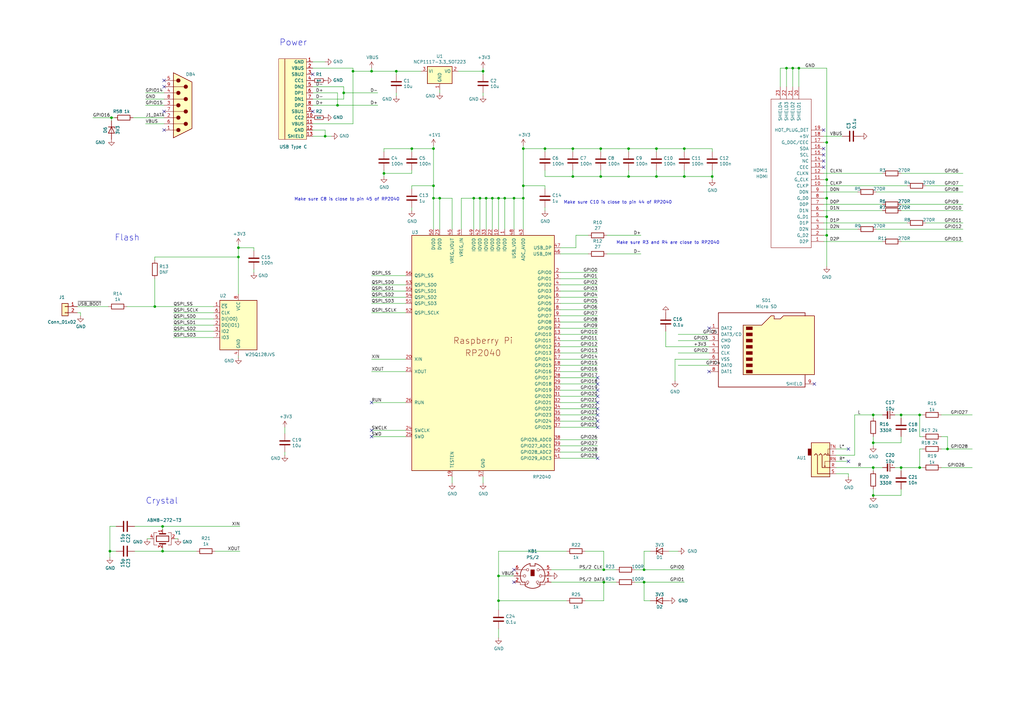
<source format=kicad_sch>
(kicad_sch (version 20231120) (generator "eeschema") (generator_version "8.0")
  (paper "A3")
  (title_block (title "RP2040 Minimal Design Example") (date "2024-01-16") (rev "REV2") (company "Raspberry Pi Ltd"))
  (junction (at 201.93 81.28))
  (junction (at 199.39 81.28))
  (junction (at 369.57 191.77))
  (junction (at 97.79 105.41))
  (junction (at 339.09 73.66))
  (junction (at 264.16 233.68))
  (junction (at 388.62 184.15))
  (junction (at 247.65 238.76))
  (junction (at 177.8 76.2))
  (junction (at 214.63 76.2))
  (junction (at 168.91 60.96))
  (junction (at 339.09 58.42))
  (junction (at 45.085 226.06))
  (junction (at 358.14 181.61))
  (junction (at 223.52 60.96))
  (junction (at 246.38 72.39))
  (junction (at 257.81 60.96))
  (junction (at 66.675 215.9))
  (junction (at 246.38 60.96))
  (junction (at 177.8 81.28))
  (junction (at 377.19 170.18))
  (junction (at 180.34 81.28))
  (junction (at 204.47 81.28))
  (junction (at 157.48 71.12))
  (junction (at 322.58 27.94))
  (junction (at 198.12 29.21))
  (junction (at 280.67 60.96))
  (junction (at 133.35 55.88))
  (junction (at 204.47 236.22))
  (junction (at 292.1 72.39))
  (junction (at 66.675 226.06))
  (junction (at 339.09 81.28))
  (junction (at 152.4 29.21))
  (junction (at 247.65 233.68))
  (junction (at 257.81 72.39))
  (junction (at 358.14 191.77))
  (junction (at 97.79 101.6))
  (junction (at 339.09 88.9))
  (junction (at 144.78 29.21))
  (junction (at 204.47 246.38))
  (junction (at 377.19 191.77))
  (junction (at 327.66 27.94))
  (junction (at 325.12 27.94))
  (junction (at 177.8 60.96))
  (junction (at 369.57 170.18))
  (junction (at 234.95 72.39))
  (junction (at 269.24 72.39))
  (junction (at 358.14 170.18))
  (junction (at 162.56 29.21))
  (junction (at 140.97 38.1))
  (junction (at 207.01 81.28))
  (junction (at 214.63 81.28))
  (junction (at 138.43 43.18))
  (junction (at 63.5 125.73))
  (junction (at 45.72 48.26))
  (junction (at 264.16 238.76))
  (junction (at 358.14 203.2))
  (junction (at 339.09 96.52))
  (junction (at 196.85 81.28))
  (junction (at 214.63 60.96))
  (junction (at 194.31 81.28))
  (junction (at 269.24 60.96))
  (junction (at 280.67 72.39))
  (junction (at 210.82 81.28))
  (junction (at 234.95 60.96))
  (no_connect (at 152.4 165.1))
  (no_connect (at 67.31 53.34))
  (no_connect (at 245.11 160.02))
  (no_connect (at 245.11 167.64))
  (no_connect (at 245.11 175.26))
  (no_connect (at 210.82 238.76))
  (no_connect (at 245.11 162.56))
  (no_connect (at 67.31 33.02))
  (no_connect (at 347.98 189.23))
  (no_connect (at 152.4 176.53))
  (no_connect (at 337.82 66.04))
  (no_connect (at 245.11 165.1))
  (no_connect (at 67.31 45.72))
  (no_connect (at 337.82 63.5))
  (no_connect (at 290.83 134.62))
  (no_connect (at 245.11 157.48))
  (no_connect (at 347.98 184.15))
  (no_connect (at 245.11 172.72))
  (no_connect (at 337.82 53.34))
  (no_connect (at 128.27 30.48))
  (no_connect (at 290.83 152.4))
  (no_connect (at 152.4 179.07))
  (no_connect (at 128.27 45.72))
  (no_connect (at 245.11 187.96))
  (no_connect (at 210.82 233.68))
  (no_connect (at 334.01 157.48))
  (no_connect (at 337.82 60.96))
  (no_connect (at 245.11 170.18))
  (no_connect (at 67.31 35.56))
  (no_connect (at 337.82 68.58))
  (no_connect (at 245.11 154.94))
  (wire (pts (xy 377.19 184.15) (xy 377.19 191.77)))
  (wire (pts (xy 204.47 246.38) (xy 204.47 250.19)))
  (wire (pts (xy 177.8 81.28) (xy 177.8 93.98)))
  (wire (pts (xy 229.87 137.16) (xy 245.11 137.16)))
  (wire (pts (xy 157.48 71.12) (xy 168.91 71.12)))
  (wire (pts (xy 236.22 96.52) (xy 236.22 101.6)))
  (wire (pts (xy 337.82 76.2) (xy 372.11 76.2)))
  (wire (pts (xy 152.4 29.21) (xy 162.56 29.21)))
  (wire (pts (xy 388.62 179.07) (xy 388.62 184.15)))
  (wire (pts (xy 246.38 60.96) (xy 257.81 60.96)))
  (wire (pts (xy 278.13 137.16) (xy 290.83 137.16)))
  (wire (pts (xy 264.16 233.68) (xy 260.35 233.68)))
  (wire (pts (xy 207.01 81.28) (xy 210.82 81.28)))
  (wire (pts (xy 369.57 203.2) (xy 358.14 203.2)))
  (wire (pts (xy 327.66 27.94) (xy 325.12 27.94)))
  (wire (pts (xy 116.84 185.42) (xy 116.84 186.69)))
  (wire (pts (xy 87.63 138.43) (xy 71.12 138.43)))
  (wire (pts (xy 246.38 62.23) (xy 246.38 60.96)))
  (wire (pts (xy 177.8 59.69) (xy 177.8 60.96)))
  (wire (pts (xy 358.14 179.07) (xy 358.14 181.61)))
  (wire (pts (xy 369.57 191.77) (xy 367.03 191.77)))
  (wire (pts (xy 229.87 149.86) (xy 245.11 149.86)))
  (wire (pts (xy 337.82 78.74) (xy 351.79 78.74)))
  (wire (pts (xy 97.79 101.6) (xy 97.79 105.41)))
  (wire (pts (xy 162.56 38.1) (xy 162.56 39.37)))
  (wire (pts (xy 229.87 175.26) (xy 245.11 175.26)))
  (wire (pts (xy 388.62 184.15) (xy 386.08 184.15)))
  (wire (pts (xy 194.31 81.28) (xy 196.85 81.28)))
  (wire (pts (xy 229.87 170.18) (xy 245.11 170.18)))
  (wire (pts (xy 152.4 27.94) (xy 152.4 29.21)))
  (wire (pts (xy 229.87 104.14) (xy 241.3 104.14)))
  (wire (pts (xy 229.87 111.76) (xy 245.11 111.76)))
  (wire (pts (xy 71.12 128.27) (xy 87.63 128.27)))
  (wire (pts (xy 337.82 73.66) (xy 339.09 73.66)))
  (wire (pts (xy 369.57 200.66) (xy 369.57 203.2)))
  (wire (pts (xy 97.79 100.33) (xy 97.79 101.6)))
  (wire (pts (xy 322.58 27.94) (xy 320.04 27.94)))
  (wire (pts (xy 339.09 58.42) (xy 339.09 27.94)))
  (wire (pts (xy 248.92 96.52) (xy 262.89 96.52)))
  (wire (pts (xy 185.42 93.98) (xy 185.42 81.28)))
  (wire (pts (xy 246.38 69.85) (xy 246.38 72.39)))
  (wire (pts (xy 229.87 116.84) (xy 245.11 116.84)))
  (wire (pts (xy 342.9 189.23) (xy 347.98 189.23)))
  (wire (pts (xy 162.56 30.48) (xy 162.56 29.21)))
  (wire (pts (xy 177.8 76.2) (xy 177.8 81.28)))
  (wire (pts (xy 337.82 96.52) (xy 339.09 96.52)))
  (wire (pts (xy 60.325 220.98) (xy 61.595 220.98)))
  (wire (pts (xy 189.23 81.28) (xy 194.31 81.28)))
  (wire (pts (xy 157.48 60.96) (xy 168.91 60.96)))
  (wire (pts (xy 128.27 40.64) (xy 140.97 40.64)))
  (wire (pts (xy 325.12 27.94) (xy 325.12 35.56)))
  (wire (pts (xy 59.69 38.1) (xy 67.31 38.1)))
  (wire (pts (xy 229.87 185.42) (xy 245.11 185.42)))
  (wire (pts (xy 63.5 114.3) (xy 63.5 125.73)))
  (wire (pts (xy 361.95 191.77) (xy 358.14 191.77)))
  (wire (pts (xy 226.06 233.68) (xy 247.65 233.68)))
  (wire (pts (xy 369.57 83.82) (xy 394.97 83.82)))
  (wire (pts (xy 157.48 69.85) (xy 157.48 71.12)))
  (wire (pts (xy 347.98 194.31) (xy 347.98 195.58)))
  (wire (pts (xy 71.755 220.98) (xy 73.025 220.98)))
  (wire (pts (xy 152.4 124.46) (xy 166.37 124.46)))
  (wire (pts (xy 55.245 215.9) (xy 66.675 215.9)))
  (wire (pts (xy 198.12 30.48) (xy 198.12 29.21)))
  (wire (pts (xy 214.63 81.28) (xy 214.63 93.98)))
  (wire (pts (xy 337.82 88.9) (xy 339.09 88.9)))
  (wire (pts (xy 337.82 99.06) (xy 361.95 99.06)))
  (wire (pts (xy 168.91 60.96) (xy 177.8 60.96)))
  (wire (pts (xy 44.45 125.73) (xy 31.75 125.73)))
  (wire (pts (xy 214.63 76.2) (xy 223.52 76.2)))
  (wire (pts (xy 97.79 146.685) (xy 97.79 146.05)))
  (wire (pts (xy 273.05 142.24) (xy 290.83 142.24)))
  (wire (pts (xy 199.39 93.98) (xy 199.39 81.28)))
  (wire (pts (xy 264.16 246.38) (xy 264.16 238.76)))
  (wire (pts (xy 138.43 43.18) (xy 154.94 43.18)))
  (wire (pts (xy 177.8 60.96) (xy 177.8 76.2)))
  (wire (pts (xy 210.82 81.28) (xy 214.63 81.28)))
  (wire (pts (xy 152.4 119.38) (xy 166.37 119.38)))
  (wire (pts (xy 369.57 191.77) (xy 377.19 191.77)))
  (wire (pts (xy 46.99 48.26) (xy 45.72 48.26)))
  (wire (pts (xy 166.37 165.1) (xy 152.4 165.1)))
  (wire (pts (xy 369.57 86.36) (xy 394.97 86.36)))
  (wire (pts (xy 269.24 62.23) (xy 269.24 60.96)))
  (wire (pts (xy 350.52 170.18) (xy 350.52 186.69)))
  (wire (pts (xy 196.85 81.28) (xy 199.39 81.28)))
  (wire (pts (xy 337.82 58.42) (xy 339.09 58.42)))
  (wire (pts (xy 87.63 133.35) (xy 71.12 133.35)))
  (wire (pts (xy 232.41 226.06) (xy 204.47 226.06)))
  (wire (pts (xy 337.82 93.98) (xy 351.79 93.98)))
  (wire (pts (xy 247.65 238.76) (xy 252.73 238.76)))
  (wire (pts (xy 377.19 170.18) (xy 377.19 179.07)))
  (wire (pts (xy 223.52 62.23) (xy 223.52 60.96)))
  (wire (pts (xy 337.82 83.82) (xy 361.95 83.82)))
  (wire (pts (xy 214.63 60.96) (xy 223.52 60.96)))
  (wire (pts (xy 104.14 101.6) (xy 97.79 101.6)))
  (wire (pts (xy 226.06 238.76) (xy 247.65 238.76)))
  (wire (pts (xy 339.09 27.94) (xy 327.66 27.94)))
  (wire (pts (xy 207.01 81.28) (xy 207.01 93.98)))
  (wire (pts (xy 322.58 27.94) (xy 322.58 35.56)))
  (wire (pts (xy 196.85 93.98) (xy 196.85 81.28)))
  (wire (pts (xy 337.82 55.88) (xy 345.44 55.88)))
  (wire (pts (xy 66.675 224.79) (xy 66.675 226.06)))
  (wire (pts (xy 45.085 226.06) (xy 45.085 228.6)))
  (wire (pts (xy 276.86 147.32) (xy 276.86 156.21)))
  (wire (pts (xy 229.87 101.6) (xy 236.22 101.6)))
  (wire (pts (xy 59.69 50.8) (xy 67.31 50.8)))
  (wire (pts (xy 204.47 246.38) (xy 204.47 236.22)))
  (wire (pts (xy 128.27 38.1) (xy 138.43 38.1)))
  (wire (pts (xy 278.13 144.78) (xy 290.83 144.78)))
  (wire (pts (xy 214.63 60.96) (xy 214.63 76.2)))
  (wire (pts (xy 180.34 36.83) (xy 180.34 38.1)))
  (wire (pts (xy 166.37 152.4) (xy 152.4 152.4)))
  (wire (pts (xy 358.14 181.61) (xy 358.14 182.88)))
  (wire (pts (xy 337.82 81.28) (xy 339.09 81.28)))
  (wire (pts (xy 166.37 113.03) (xy 152.4 113.03)))
  (wire (pts (xy 269.24 60.96) (xy 280.67 60.96)))
  (wire (pts (xy 292.1 69.85) (xy 292.1 72.39)))
  (wire (pts (xy 337.82 71.12) (xy 361.95 71.12)))
  (wire (pts (xy 88.265 226.06) (xy 98.425 226.06)))
  (wire (pts (xy 187.96 29.21) (xy 198.12 29.21)))
  (wire (pts (xy 59.69 43.18) (xy 67.31 43.18)))
  (wire (pts (xy 229.87 147.32) (xy 245.11 147.32)))
  (wire (pts (xy 229.87 127) (xy 245.11 127)))
  (wire (pts (xy 342.9 186.69) (xy 350.52 186.69)))
  (wire (pts (xy 168.91 71.12) (xy 168.91 69.85)))
  (wire (pts (xy 266.7 246.38) (xy 264.16 246.38)))
  (wire (pts (xy 234.95 62.23) (xy 234.95 60.96)))
  (wire (pts (xy 234.95 72.39) (xy 223.52 72.39)))
  (wire (pts (xy 229.87 180.34) (xy 245.11 180.34)))
  (wire (pts (xy 214.63 76.2) (xy 214.63 81.28)))
  (wire (pts (xy 140.97 38.1) (xy 140.97 40.64)))
  (wire (pts (xy 214.63 59.69) (xy 214.63 60.96)))
  (wire (pts (xy 38.1 48.26) (xy 45.72 48.26)))
  (wire (pts (xy 229.87 129.54) (xy 245.11 129.54)))
  (wire (pts (xy 168.91 77.47) (xy 168.91 76.2)))
  (wire (pts (xy 87.63 135.89) (xy 71.12 135.89)))
  (wire (pts (xy 31.75 128.27) (xy 33.02 128.27)))
  (wire (pts (xy 234.95 60.96) (xy 246.38 60.96)))
  (wire (pts (xy 247.65 233.68) (xy 252.73 233.68)))
  (wire (pts (xy 128.27 25.4) (xy 133.35 25.4)))
  (wire (pts (xy 278.13 149.86) (xy 290.83 149.86)))
  (wire (pts (xy 232.41 246.38) (xy 204.47 246.38)))
  (wire (pts (xy 52.07 125.73) (xy 63.5 125.73)))
  (wire (pts (xy 369.57 170.18) (xy 377.19 170.18)))
  (wire (pts (xy 133.35 53.34) (xy 133.35 55.88)))
  (wire (pts (xy 325.12 27.94) (xy 322.58 27.94)))
  (wire (pts (xy 369.57 71.12) (xy 394.97 71.12)))
  (wire (pts (xy 229.87 187.96) (xy 245.11 187.96)))
  (wire (pts (xy 278.13 139.7) (xy 290.83 139.7)))
  (wire (pts (xy 379.73 91.44) (xy 394.97 91.44)))
  (wire (pts (xy 378.46 179.07) (xy 377.19 179.07)))
  (wire (pts (xy 273.05 135.89) (xy 273.05 142.24)))
  (wire (pts (xy 234.95 69.85) (xy 234.95 72.39)))
  (wire (pts (xy 180.34 93.98) (xy 180.34 81.28)))
  (wire (pts (xy 369.57 179.07) (xy 369.57 181.61)))
  (wire (pts (xy 280.67 72.39) (xy 292.1 72.39)))
  (wire (pts (xy 144.78 27.94) (xy 144.78 29.21)))
  (wire (pts (xy 144.78 50.8) (xy 128.27 50.8)))
  (wire (pts (xy 172.72 29.21) (xy 162.56 29.21)))
  (wire (pts (xy 369.57 193.04) (xy 369.57 191.77)))
  (wire (pts (xy 339.09 88.9) (xy 339.09 96.52)))
  (wire (pts (xy 269.24 69.85) (xy 269.24 72.39)))
  (wire (pts (xy 386.08 191.77) (xy 398.78 191.77)))
  (wire (pts (xy 138.43 38.1) (xy 138.43 43.18)))
  (wire (pts (xy 223.52 60.96) (xy 234.95 60.96)))
  (wire (pts (xy 223.52 85.09) (xy 223.52 86.36)))
  (wire (pts (xy 229.87 132.08) (xy 245.11 132.08)))
  (wire (pts (xy 204.47 93.98) (xy 204.47 81.28)))
  (wire (pts (xy 358.14 200.66) (xy 358.14 203.2)))
  (wire (pts (xy 388.62 184.15) (xy 398.78 184.15)))
  (wire (pts (xy 55.245 226.06) (xy 66.675 226.06)))
  (wire (pts (xy 339.09 73.66) (xy 339.09 58.42)))
  (wire (pts (xy 47.625 226.06) (xy 45.085 226.06)))
  (wire (pts (xy 342.9 184.15) (xy 347.98 184.15)))
  (wire (pts (xy 66.675 226.06) (xy 80.645 226.06)))
  (wire (pts (xy 337.82 86.36) (xy 361.95 86.36)))
  (wire (pts (xy 320.04 27.94) (xy 320.04 35.56)))
  (wire (pts (xy 379.73 76.2) (xy 394.97 76.2)))
  (wire (pts (xy 45.72 48.26) (xy 45.72 49.53)))
  (wire (pts (xy 54.61 48.26) (xy 67.31 48.26)))
  (wire (pts (xy 229.87 119.38) (xy 245.11 119.38)))
  (wire (pts (xy 292.1 62.23) (xy 292.1 60.96)))
  (wire (pts (xy 166.37 179.07) (xy 152.4 179.07)))
  (wire (pts (xy 199.39 81.28) (xy 201.93 81.28)))
  (wire (pts (xy 327.66 27.94) (xy 327.66 35.56)))
  (wire (pts (xy 292.1 72.39) (xy 292.1 73.66)))
  (wire (pts (xy 116.84 175.26) (xy 116.84 177.8)))
  (wire (pts (xy 144.78 29.21) (xy 144.78 50.8)))
  (wire (pts (xy 229.87 157.48) (xy 245.11 157.48)))
  (wire (pts (xy 166.37 128.27) (xy 152.4 128.27)))
  (wire (pts (xy 128.27 55.88) (xy 133.35 55.88)))
  (wire (pts (xy 198.12 195.58) (xy 198.12 198.12)))
  (wire (pts (xy 128.27 53.34) (xy 133.35 53.34)))
  (wire (pts (xy 133.35 55.88) (xy 135.89 55.88)))
  (wire (pts (xy 168.91 76.2) (xy 177.8 76.2)))
  (wire (pts (xy 229.87 154.94) (xy 245.11 154.94)))
  (wire (pts (xy 87.63 130.81) (xy 71.12 130.81)))
  (wire (pts (xy 246.38 72.39) (xy 234.95 72.39)))
  (wire (pts (xy 128.27 27.94) (xy 144.78 27.94)))
  (wire (pts (xy 223.52 69.85) (xy 223.52 72.39)))
  (wire (pts (xy 369.57 99.06) (xy 394.97 99.06)))
  (wire (pts (xy 204.47 257.81) (xy 204.47 261.62)))
  (wire (pts (xy 185.42 195.58) (xy 185.42 198.12)))
  (wire (pts (xy 128.27 43.18) (xy 138.43 43.18)))
  (wire (pts (xy 229.87 160.02) (xy 245.11 160.02)))
  (wire (pts (xy 342.9 191.77) (xy 358.14 191.77)))
  (wire (pts (xy 264.16 226.06) (xy 264.16 233.68)))
  (wire (pts (xy 47.625 215.9) (xy 45.085 215.9)))
  (wire (pts (xy 229.87 139.7) (xy 245.11 139.7)))
  (wire (pts (xy 229.87 165.1) (xy 245.11 165.1)))
  (wire (pts (xy 358.14 170.18) (xy 358.14 171.45)))
  (wire (pts (xy 369.57 181.61) (xy 358.14 181.61)))
  (wire (pts (xy 180.34 81.28) (xy 177.8 81.28)))
  (wire (pts (xy 386.08 170.18) (xy 398.78 170.18)))
  (wire (pts (xy 248.92 104.14) (xy 262.89 104.14)))
  (wire (pts (xy 229.87 144.78) (xy 245.11 144.78)))
  (wire (pts (xy 280.67 72.39) (xy 269.24 72.39)))
  (wire (pts (xy 45.085 215.9) (xy 45.085 226.06)))
  (wire (pts (xy 359.41 93.98) (xy 394.97 93.98)))
  (wire (pts (xy 66.675 217.17) (xy 66.675 215.9)))
  (wire (pts (xy 152.4 116.84) (xy 166.37 116.84)))
  (wire (pts (xy 377.19 170.18) (xy 378.46 170.18)))
  (wire (pts (xy 201.93 81.28) (xy 204.47 81.28)))
  (wire (pts (xy 229.87 134.62) (xy 245.11 134.62)))
  (wire (pts (xy 378.46 184.15) (xy 377.19 184.15)))
  (wire (pts (xy 229.87 152.4) (xy 245.11 152.4)))
  (wire (pts (xy 157.48 62.23) (xy 157.48 60.96)))
  (wire (pts (xy 274.32 226.06) (xy 278.13 226.06)))
  (wire (pts (xy 236.22 96.52) (xy 241.3 96.52)))
  (wire (pts (xy 104.14 110.49) (xy 104.14 111.76)))
  (wire (pts (xy 157.48 71.12) (xy 157.48 72.39)))
  (wire (pts (xy 280.67 69.85) (xy 280.67 72.39)))
  (wire (pts (xy 264.16 238.76) (xy 260.35 238.76)))
  (wire (pts (xy 152.4 147.32) (xy 166.37 147.32)))
  (wire (pts (xy 229.87 142.24) (xy 245.11 142.24)))
  (wire (pts (xy 339.09 96.52) (xy 339.09 109.22)))
  (wire (pts (xy 257.81 60.96) (xy 269.24 60.96)))
  (wire (pts (xy 361.95 170.18) (xy 358.14 170.18)))
  (wire (pts (xy 342.9 194.31) (xy 347.98 194.31)))
  (wire (pts (xy 223.52 77.47) (xy 223.52 76.2)))
  (wire (pts (xy 152.4 121.92) (xy 166.37 121.92)))
  (wire (pts (xy 264.16 233.68) (xy 280.67 233.68)))
  (wire (pts (xy 229.87 124.46) (xy 245.11 124.46)))
  (wire (pts (xy 229.87 167.64) (xy 245.11 167.64)))
  (wire (pts (xy 229.87 114.3) (xy 245.11 114.3)))
  (wire (pts (xy 240.03 226.06) (xy 247.65 226.06)))
  (wire (pts (xy 257.81 72.39) (xy 246.38 72.39)))
  (wire (pts (xy 104.14 102.87) (xy 104.14 101.6)))
  (wire (pts (xy 269.24 72.39) (xy 257.81 72.39)))
  (wire (pts (xy 359.41 78.74) (xy 394.97 78.74)))
  (wire (pts (xy 204.47 81.28) (xy 207.01 81.28)))
  (wire (pts (xy 63.5 125.73) (xy 87.63 125.73)))
  (wire (pts (xy 247.65 246.38) (xy 247.65 238.76)))
  (wire (pts (xy 204.47 236.22) (xy 210.82 236.22)))
  (wire (pts (xy 194.31 93.98) (xy 194.31 81.28)))
  (wire (pts (xy 337.82 91.44) (xy 372.11 91.44)))
  (wire (pts (xy 144.78 29.21) (xy 152.4 29.21)))
  (wire (pts (xy 266.7 226.06) (xy 264.16 226.06)))
  (wire (pts (xy 276.86 147.32) (xy 290.83 147.32)))
  (wire (pts (xy 247.65 226.06) (xy 247.65 233.68)))
  (wire (pts (xy 339.09 81.28) (xy 339.09 88.9)))
  (wire (pts (xy 201.93 93.98) (xy 201.93 81.28)))
  (wire (pts (xy 168.91 62.23) (xy 168.91 60.96)))
  (wire (pts (xy 369.57 170.18) (xy 367.03 170.18)))
  (wire (pts (xy 185.42 81.28) (xy 180.34 81.28)))
  (wire (pts (xy 59.69 40.64) (xy 67.31 40.64)))
  (wire (pts (xy 280.67 60.96) (xy 292.1 60.96)))
  (wire (pts (xy 280.67 62.23) (xy 280.67 60.96)))
  (wire (pts (xy 257.81 69.85) (xy 257.81 72.39)))
  (wire (pts (xy 229.87 162.56) (xy 245.11 162.56)))
  (wire (pts (xy 229.87 172.72) (xy 245.11 172.72)))
  (wire (pts (xy 210.82 93.98) (xy 210.82 81.28)))
  (wire (pts (xy 140.97 35.56) (xy 140.97 38.1)))
  (wire (pts (xy 257.81 62.23) (xy 257.81 60.96)))
  (wire (pts (xy 386.08 179.07) (xy 388.62 179.07)))
  (wire (pts (xy 369.57 171.45) (xy 369.57 170.18)))
  (wire (pts (xy 166.37 176.53) (xy 152.4 176.53)))
  (wire (pts (xy 128.27 35.56) (xy 140.97 35.56)))
  (wire (pts (xy 264.16 238.76) (xy 280.67 238.76)))
  (wire (pts (xy 339.09 73.66) (xy 339.09 81.28)))
  (wire (pts (xy 189.23 93.98) (xy 189.23 81.28)))
  (wire (pts (xy 168.91 85.09) (xy 168.91 86.36)))
  (wire (pts (xy 198.12 38.1) (xy 198.12 39.37)))
  (wire (pts (xy 204.47 226.06) (xy 204.47 236.22)))
  (wire (pts (xy 63.5 106.68) (xy 63.5 105.41)))
  (wire (pts (xy 63.5 105.41) (xy 97.79 105.41)))
  (wire (pts (xy 198.12 29.21) (xy 198.12 27.94)))
  (wire (pts (xy 229.87 182.88) (xy 245.11 182.88)))
  (wire (pts (xy 229.87 121.92) (xy 245.11 121.92)))
  (wire (pts (xy 140.97 38.1) (xy 154.94 38.1)))
  (wire (pts (xy 33.02 128.27) (xy 33.02 129.54)))
  (wire (pts (xy 358.14 191.77) (xy 358.14 193.04)))
  (wire (pts (xy 350.52 170.18) (xy 358.14 170.18)))
  (wire (pts (xy 97.79 105.41) (xy 97.79 120.65)))
  (wire (pts (xy 240.03 246.38) (xy 247.65 246.38)))
  (wire (pts (xy 377.19 191.77) (xy 378.46 191.77)))
  (wire (pts (xy 66.675 215.9) (xy 98.425 215.9)))
  (text "Power" (at 114.554 19.05 0) (effects (font (size 2.54 2.54)) (justify left bottom)))
  (text "Crystal" (at 59.69 207.01 0) (effects (font (size 2.54 2.54)) (justify left bottom)))
  (text "Make sure C8 is close to pin 45 of RP2040" (at 120.65 82.55 0) (effects (font (size 1.27 1.27)) (justify left bottom)))
  (text "Make sure C10 is close to pin 44 of RP2040" (at 231.14 83.82 0) (effects (font (size 1.27 1.27)) (justify left bottom)))
  (text "Make sure R3 and R4 are close to RP2040" (at 252.73 100.33 0) (effects (font (size 1.27 1.27)) (justify left bottom)))
  (text "Flash" (at 46.99 99.06 0) (effects (font (size 2.54 2.54)) (justify left bottom)))
  (label "GPIO15" (at 59.69 43.18 0))
  (label "+3V3" (at 284.48 142.24 0))
  (label "XOUT" (at 98.425 226.06 180))
  (label "D0N" (at 340.36 78.74 0))
  (label "D2N" (at 340.36 93.98 0))
  (label "D-" (at 154.94 38.1 180))
  (label "QSPI_SS" (at 71.12 125.73 0))
  (label "QSPI_SD3" (at 71.12 138.43 0))
  (label "GPIO13" (at 387.35 99.06 0))
  (label "QSPI_SD2" (at 152.4 121.92 0))
  (label "D-" (at 262.89 104.14 180))
  (label "GPIO10" (at 387.35 86.36 0))
  (label "GPIO4" (at 245.11 121.92 180))
  (label "GPIO12" (at 387.35 93.98 0))
  (label "RUN" (at 152.4 165.1 0))
  (label "XOUT" (at 152.4 152.4 0))
  (label "GPIO5" (at 288.29 137.16 0))
  (label "GPIO29" (at 245.11 187.96 180))
  (label "D+" (at 129.54 43.18 0))
  (label "QSPI_SD1" (at 152.4 119.38 0))
  (label "GPIO13" (at 245.11 144.78 180))
  (label "D2P" (at 340.36 99.06 0))
  (label "GPIO6" (at 245.11 127 180))
  (label "GPIO14" (at 59.69 38.1 0))
  (label "D+" (at 262.89 96.52 180))
  (label "GPIO28" (at 389.89 184.15 0))
  (label "SWD" (at 152.4 179.07 0))
  (label "GPIO20" (at 245.11 162.56 180))
  (label "QSPI_SD1" (at 71.12 133.35 0))
  (label "QSPI_SD3" (at 152.4 124.46 0))
  (label "GPIO7" (at 387.35 76.2 0))
  (label "GPIO27" (at 389.89 170.18 0))
  (label "PS{slash}2 CLK" (at 237.49 233.68 0))
  (label "GPIO18" (at 245.11 157.48 180))
  (label "GPIO25" (at 245.11 175.26 180))
  (label "GPIO1" (at 280.67 238.76 180))
  (label "GND" (at 59.69 40.64 0))
  (label "VBUS" (at 205.74 236.22 0))
  (label "GPIO0" (at 245.11 111.76 180))
  (label "GPIO11" (at 387.35 91.44 0))
  (label "GND" (at 330.2 27.94 0))
  (label "GPIO21" (at 245.11 165.1 180))
  (label "GPIO11" (at 245.11 139.7 180))
  (label "GPIO27" (at 245.11 182.88 180))
  (label "GPIO0" (at 280.67 233.68 180))
  (label "D-" (at 129.54 40.64 0))
  (label "GPIO1" (at 245.11 114.3 180))
  (label "XIN" (at 98.425 215.9 180))
  (label "GPIO6" (at 387.35 71.12 0))
  (label "GPIO8" (at 387.35 78.74 0))
  (label "D+" (at 154.94 43.18 180))
  (label "VBUS" (at 340.36 55.88 0))
  (label "VBUS" (at 59.69 50.8 0))
  (label "GPIO14" (at 245.11 147.32 180))
  (label "GPIO3" (at 245.11 119.38 180))
  (label "GPIO10" (at 245.11 137.16 180))
  (label "GPIO23" (at 245.11 170.18 180))
  (label "GPIO3" (at 284.48 139.7 0))
  (label "SWCLK" (at 152.4 176.53 0))
  (label "J1_DATA" (at 59.69 48.26 0))
  (label "R*" (at 344.17 189.23 0))
  (label "L" (at 351.79 170.18 0))
  (label "QSPI_SCLK" (at 152.4 128.27 0))
  (label "R" (at 351.79 191.77 0))
  (label "QSPI_SD0" (at 152.4 116.84 0))
  (label "GPIO17" (at 245.11 154.94 180))
  (label "CLKP" (at 340.36 76.2 0))
  (label "GPIO2" (at 245.11 116.84 180))
  (label "GPIO26" (at 388.62 191.77 0))
  (label "CLKN" (at 340.36 71.12 0))
  (label "GPIO16" (at 38.1 48.26 0))
  (label "GPIO9" (at 245.11 134.62 180))
  (label "GPIO15" (at 245.11 149.86 180))
  (label "GPIO12" (at 245.11 142.24 180))
  (label "GPIO24" (at 245.11 172.72 180))
  (label "GPIO5" (at 245.11 124.46 180))
  (label "GPIO22" (at 245.11 167.64 180))
  (label "GPIO19" (at 245.11 160.02 180))
  (label "GPIO2" (at 284.48 144.78 0))
  (label "QSPI_SS" (at 152.4 113.03 0))
  (label "PS{slash}2 DATA" (at 237.49 238.76 0))
  (label "QSPI_SD2" (at 71.12 135.89 0))
  (label "GPIO4" (at 289.56 149.86 0))
  (label "QSPI_SD0" (at 71.12 130.81 0))
  (label "D1N" (at 340.36 86.36 0))
  (label "QSPI_SCLK" (at 71.12 128.27 0))
  (label "~{USB_BOOT}" (at 31.75 125.73 0))
  (label "GPIO26" (at 245.11 180.34 180))
  (label "L*" (at 344.17 184.15 0))
  (label "GPIO28" (at 245.11 185.42 180))
  (label "D-" (at 129.54 35.56 0))
  (label "GPIO9" (at 387.35 83.82 0))
  (label "GPIO16" (at 245.11 152.4 180))
  (label "GPIO8" (at 245.11 132.08 180))
  (label "XIN" (at 152.4 147.32 0))
  (label "D+" (at 129.54 38.1 0))
  (label "D1P" (at 340.36 91.44 0))
  (label "GPIO7" (at 245.11 129.54 180))
  (label "D0P" (at 340.36 83.82 0))
  (symbol (lib_id "MCU_RaspberryPi_RP2040:RP2040") (at 198.12 144.78 0) (unit 1)
    (property "Reference" "U3" (at 170.18 95.25 0))
    (property "Value" "RP2040" (at 222.25 195.58 0))
    (property "Footprint" "LIBS:RP2040-QFN-56" (effects (hide yes)))
  )
  (symbol (lib_id "Memory_Flash:W25Q128JVS") (at 97.79 133.35 0) (unit 1)
    (property "Reference" "U2" (at 91.44 121.285 0))
    (property "Value" "W25Q128JVS" (at 106.68 145.415 0))
    (property "Footprint" "Package_SO:SOIC-8_5.23x5.23mm_P1.27mm" (effects (hide yes)))
    (property "Datasheet" "http://www.winbond.com/resource-files/w25q128jv_dtr%20revc%2003272018%20plus.pdf" (effects (hide yes)))
  )
  (symbol (lib_id "power:+3V3") (at 97.79 100.33 0) (unit 1)
    (property "Reference" "#PWR017" (effects (hide yes)))
    (property "Value" "+3V3" (at 98.171 95.9358 0))
  )
  (symbol (lib_id "power:GND") (at 97.79 146.685 0) (unit 1)
    (property "Reference" "#PWR022" (effects (hide yes)))
    (property "Value" "GND" (at 93.98 147.955 0))
  )
  (symbol (lib_id "Device:R") (at 63.5 110.49 0) (unit 1)
    (property "Reference" "R13" (at 65.278 109.3216 0) (effects (justify left)))
    (property "Value" "DNF" (at 65.278 111.633 0) (effects (justify left)))
    (property "Footprint" "Resistor_SMD:R_0805_2012Metric_Pad1.20x1.40mm_HandSolder" (effects (hide yes)))
  )
  (symbol (lib_id "Device:R") (at 48.26 125.73 270) (unit 1)
    (property "Reference" "R14" (at 48.26 120.4722 90))
    (property "Value" "1k" (at 48.26 122.7836 90))
    (property "Footprint" "Resistor_SMD:R_0805_2012Metric_Pad1.20x1.40mm_HandSolder" (effects (hide yes)))
  )
  (symbol (lib_id "Device:C") (at 104.14 106.68 0) (unit 1)
    (property "Reference" "C15" (at 107.061 105.5116 0) (effects (justify left)))
    (property "Value" "100n" (at 107.061 107.823 0) (effects (justify left)))
    (property "Footprint" "Capacitor_SMD:C_0805_2012Metric_Pad1.18x1.45mm_HandSolder" (effects (hide yes)))
  )
  (symbol (lib_id "power:GND") (at 104.14 111.76 0) (unit 1)
    (property "Reference" "#PWR019" (effects (hide yes)))
    (property "Value" "GND" (at 107.95 113.03 0))
  )
  (symbol (lib_id "power:GND") (at 198.12 198.12 0) (unit 1)
    (property "Reference" "#PWR029" (effects (hide yes)))
    (property "Value" "GND" (at 198.247 202.5142 0))
  )
  (symbol (lib_id "power:GND") (at 185.42 198.12 0) (unit 1)
    (property "Reference" "#PWR028" (effects (hide yes)))
    (property "Value" "GND" (at 185.547 202.5142 0))
  )
  (symbol (lib_id "Device:R") (at 245.11 96.52 270) (unit 1)
    (property "Reference" "R10" (at 245.11 91.2622 90))
    (property "Value" "27" (at 245.11 93.5736 90))
    (property "Footprint" "Resistor_SMD:R_0805_2012Metric_Pad1.20x1.40mm_HandSolder" (effects (hide yes)))
  )
  (symbol (lib_id "Device:R") (at 245.11 104.14 270) (unit 1)
    (property "Reference" "R12" (at 245.11 98.8822 90))
    (property "Value" "27" (at 245.11 101.1936 90))
    (property "Footprint" "Resistor_SMD:R_0805_2012Metric_Pad1.20x1.40mm_HandSolder" (effects (hide yes)))
  )
  (symbol (lib_id "power:+3V3") (at 214.63 59.69 0) (unit 1)
    (property "Reference" "#PWR012" (effects (hide yes)))
    (property "Value" "+3V3" (at 215.011 55.2958 0))
  )
  (symbol (lib_id "power:+1V1") (at 177.8 59.69 0) (unit 1)
    (property "Reference" "#PWR011" (effects (hide yes)))
    (property "Value" "+1V1" (at 178.181 55.2958 0))
  )
  (symbol (lib_id "Device:C") (at 223.52 66.04 0) (unit 1)
    (property "Reference" "C6" (at 226.441 64.8716 0) (effects (justify left)))
    (property "Value" "100n" (at 226.441 67.183 0) (effects (justify left)))
    (property "Footprint" "Capacitor_SMD:C_0805_2012Metric_Pad1.18x1.45mm_HandSolder" (effects (hide yes)))
  )
  (symbol (lib_id "Device:C") (at 234.95 66.04 0) (unit 1)
    (property "Reference" "C7" (at 237.871 64.8716 0) (effects (justify left)))
    (property "Value" "100n" (at 237.871 67.183 0) (effects (justify left)))
    (property "Footprint" "Capacitor_SMD:C_0805_2012Metric_Pad1.18x1.45mm_HandSolder" (effects (hide yes)))
  )
  (symbol (lib_id "Device:C") (at 246.38 66.04 0) (unit 1)
    (property "Reference" "C8" (at 249.301 64.8716 0) (effects (justify left)))
    (property "Value" "100n" (at 249.301 67.183 0) (effects (justify left)))
    (property "Footprint" "Capacitor_SMD:C_0805_2012Metric_Pad1.18x1.45mm_HandSolder" (effects (hide yes)))
  )
  (symbol (lib_id "Device:C") (at 257.81 66.04 0) (unit 1)
    (property "Reference" "C9" (at 260.731 64.8716 0) (effects (justify left)))
    (property "Value" "100n" (at 260.731 67.183 0) (effects (justify left)))
    (property "Footprint" "Capacitor_SMD:C_0805_2012Metric_Pad1.18x1.45mm_HandSolder" (effects (hide yes)))
  )
  (symbol (lib_id "Device:C") (at 269.24 66.04 0) (unit 1)
    (property "Reference" "C10" (at 272.161 64.8716 0) (effects (justify left)))
    (property "Value" "100n" (at 272.161 67.183 0) (effects (justify left)))
    (property "Footprint" "Capacitor_SMD:C_0805_2012Metric_Pad1.18x1.45mm_HandSolder" (effects (hide yes)))
  )
  (symbol (lib_id "Device:C") (at 280.67 66.04 0) (unit 1)
    (property "Reference" "C11" (at 283.591 64.8716 0) (effects (justify left)))
    (property "Value" "100n" (at 283.591 67.183 0) (effects (justify left)))
    (property "Footprint" "Capacitor_SMD:C_0805_2012Metric_Pad1.18x1.45mm_HandSolder" (effects (hide yes)))
  )
  (symbol (lib_id "Device:C") (at 292.1 66.04 0) (unit 1)
    (property "Reference" "C12" (at 295.021 64.8716 0) (effects (justify left)))
    (property "Value" "100n" (at 295.021 67.183 0) (effects (justify left)))
    (property "Footprint" "Capacitor_SMD:C_0805_2012Metric_Pad1.18x1.45mm_HandSolder" (effects (hide yes)))
  )
  (symbol (lib_id "Device:C") (at 157.48 66.04 0) (unit 1)
    (property "Reference" "C4" (at 160.401 64.8716 0) (effects (justify left)))
    (property "Value" "100n" (at 160.401 67.183 0) (effects (justify left)))
    (property "Footprint" "Capacitor_SMD:C_0805_2012Metric_Pad1.18x1.45mm_HandSolder" (effects (hide yes)))
  )
  (symbol (lib_id "Device:C") (at 168.91 66.04 0) (unit 1)
    (property "Reference" "C5" (at 171.831 64.8716 0) (effects (justify left)))
    (property "Value" "100n" (at 171.831 67.183 0) (effects (justify left)))
    (property "Footprint" "Capacitor_SMD:C_0805_2012Metric_Pad1.18x1.45mm_HandSolder" (effects (hide yes)))
  )
  (symbol (lib_id "Device:C") (at 168.91 81.28 0) (unit 1)
    (property "Reference" "C13" (at 171.831 80.1116 0) (effects (justify left)))
    (property "Value" "1u" (at 171.831 82.423 0) (effects (justify left)))
    (property "Footprint" "Capacitor_SMD:C_0805_2012Metric_Pad1.18x1.45mm_HandSolder" (effects (hide yes)))
  )
  (symbol (lib_id "Device:C") (at 223.52 81.28 0) (unit 1)
    (property "Reference" "C14" (at 226.441 80.1116 0) (effects (justify left)))
    (property "Value" "1u" (at 226.441 82.423 0) (effects (justify left)))
    (property "Footprint" "Capacitor_SMD:C_0805_2012Metric_Pad1.18x1.45mm_HandSolder" (effects (hide yes)))
  )
  (symbol (lib_id "power:GND") (at 292.1 73.66 0) (unit 1)
    (property "Reference" "#PWR014" (effects (hide yes)))
    (property "Value" "GND" (at 292.227 78.0542 0))
  )
  (symbol (lib_id "power:GND") (at 157.48 72.39 0) (unit 1)
    (property "Reference" "#PWR013" (effects (hide yes)))
    (property "Value" "GND" (at 157.607 76.7842 0))
  )
  (symbol (lib_id "power:GND") (at 168.91 86.36 0) (unit 1)
    (property "Reference" "#PWR015" (effects (hide yes)))
    (property "Value" "GND" (at 169.037 90.7542 0))
  )
  (symbol (lib_id "power:GND") (at 223.52 86.36 0) (unit 1)
    (property "Reference" "#PWR016" (effects (hide yes)))
    (property "Value" "GND" (at 223.647 90.7542 0))
  )
  (symbol (lib_id "Regulator_Linear:NCP1117-3.3_SOT223") (at 180.34 29.21 0) (unit 1)
    (property "Reference" "U1" (at 180.34 23.0632 0))
    (property "Value" "NCP1117-3.3_SOT223" (at 180.34 25.3746 0))
    (property "Footprint" "Package_TO_SOT_SMD:SOT-223-3_TabPin2" (effects (hide yes)))
    (property "Datasheet" "http://www.onsemi.com/pub_link/Collateral/NCP1117-D.PDF" (effects (hide yes)))
  )
  (symbol (lib_id "power:VBUS") (at 152.4 27.94 0) (unit 1)
    (property "Reference" "#PWR02" (effects (hide yes)))
    (property "Value" "VBUS" (at 152.781 23.5458 0))
  )
  (symbol (lib_id "power:GND") (at 180.34 38.1 0) (unit 1)
    (property "Reference" "#PWR05" (effects (hide yes)))
    (property "Value" "GND" (at 176.53 39.37 0))
  )
  (symbol (lib_id "power:+3V3") (at 198.12 27.94 0) (unit 1)
    (property "Reference" "#PWR03" (effects (hide yes)))
    (property "Value" "+3V3" (at 198.501 23.5458 0))
  )
  (symbol (lib_id "Device:C") (at 162.56 34.29 0) (unit 1)
    (property "Reference" "C1" (at 165.481 33.1216 0) (effects (justify left)))
    (property "Value" "10u" (at 165.481 35.433 0) (effects (justify left)))
    (property "Footprint" "Capacitor_SMD:C_0805_2012Metric_Pad1.18x1.45mm_HandSolder" (effects (hide yes)))
  )
  (symbol (lib_id "Device:C") (at 198.12 34.29 0) (unit 1)
    (property "Reference" "C2" (at 201.041 33.1216 0) (effects (justify left)))
    (property "Value" "10u" (at 201.041 35.433 0) (effects (justify left)))
    (property "Footprint" "Capacitor_SMD:C_0805_2012Metric_Pad1.18x1.45mm_HandSolder" (effects (hide yes)))
  )
  (symbol (lib_id "power:GND") (at 162.56 39.37 0) (unit 1)
    (property "Reference" "#PWR06" (effects (hide yes)))
    (property "Value" "GND" (at 158.75 40.64 0))
  )
  (symbol (lib_id "power:GND") (at 198.12 39.37 0) (unit 1)
    (property "Reference" "#PWR07" (effects (hide yes)))
    (property "Value" "GND" (at 194.31 40.64 0))
  )
  (symbol (lib_id "power:+3V3") (at 116.84 175.26 0) (unit 1)
    (property "Reference" "#PWR024" (effects (hide yes)))
    (property "Value" "+3V3" (at 117.221 170.8658 0))
  )
  (symbol (lib_id "Device:C") (at 116.84 181.61 0) (unit 1)
    (property "Reference" "C19" (at 119.761 180.4416 0) (effects (justify left)))
    (property "Value" "10u" (at 119.761 182.753 0) (effects (justify left)))
    (property "Footprint" "Capacitor_SMD:C_0805_2012Metric_Pad1.18x1.45mm_HandSolder" (effects (hide yes)))
  )
  (symbol (lib_id "power:GND") (at 116.84 186.69 0) (unit 1)
    (property "Reference" "#PWR026" (effects (hide yes)))
    (property "Value" "GND" (at 113.03 187.96 0))
  )
  (symbol (lib_id "Connector_Generic:Conn_01x02") (at 26.67 125.73 0) (mirror y) (unit 1)
    (property "Reference" "J1" (at 25.4 121.92 0))
    (property "Value" "Conn_01x02" (at 25.4 132.08 0))
    (property "Footprint" "Connector_PinHeader_2.54mm:PinHeader_1x02_P2.54mm_Vertical" (effects (hide yes)))
  )
  (symbol (lib_id "power:GND") (at 33.02 129.54 0) (unit 1)
    (property "Reference" "#PWR021" (effects (hide yes)))
    (property "Value" "GND" (at 33.147 133.9342 0))
  )
  (symbol (lib_id "Device:C") (at 349.25 55.88 90) (unit 1)
    (property "Reference" "C3" (at 348.0816 52.959 0) (effects (justify left)))
    (property "Value" "0.1u" (at 350.393 52.959 0) (effects (justify left)))
    (property "Footprint" "Capacitor_SMD:C_0805_2012Metric_Pad1.18x1.45mm_HandSolder" (effects (hide yes)))
  )
  (symbol (lib_id "Device:C") (at 369.57 175.26 0) (unit 1)
    (property "Reference" "C18" (at 372.491 174.0916 0) (effects (justify left)))
    (property "Value" "10n" (at 372.491 176.403 0) (effects (justify left)))
    (property "Footprint" "Capacitor_SMD:C_0805_2012Metric_Pad1.18x1.45mm_HandSolder" (effects (hide yes)))
  )
  (symbol (lib_id "power:GND") (at 353.06 55.88 90) (unit 1)
    (property "Reference" "#PWR010" (effects (hide yes)))
    (property "Value" "GND" (effects (hide yes)))
  )
  (symbol (lib_id "Device:R") (at 365.76 83.82 90) (unit 1)
    (property "Reference" "R6" (at 361.95 82.55 90))
    (property "Value" "270R" (at 370.84 82.55 90))
    (property "Footprint" "Resistor_SMD:R_0805_2012Metric_Pad1.20x1.40mm_HandSolder" (effects (hide yes)))
  )
  (symbol (lib_id "Device:C") (at 273.05 132.08 0) (unit 1)
    (property "Reference" "C16" (at 275.971 130.9116 0) (effects (justify left)))
    (property "Value" "0.1u" (at 275.971 133.223 0) (effects (justify left)))
    (property "Footprint" "Capacitor_SMD:C_0805_2012Metric_Pad1.18x1.45mm_HandSolder" (effects (hide yes)))
  )
  (symbol (lib_id "Device:C_Polarized_Small") (at 364.49 170.18 270) (unit 1)
    (property "Reference" "C17" (at 365.0361 165.0832 90))
    (property "Value" "10u" (at 365.0361 167.6201 90))
    (property "Footprint" "LIBS:Medved_CP_Radial_D5.0mm_P2.50mm" (effects (hide yes)))
  )
  (symbol (lib_id "power:GND") (at 358.14 182.88 0) (unit 1)
    (property "Reference" "#PWR025" (effects (hide yes)))
    (property "Value" "GND" (at 358.267 187.2742 0))
  )
  (symbol (lib_id "Device:Crystal_GND24") (at 66.675 220.98 270) (unit 1)
    (property "Reference" "Y1" (at 71.755 218.44 90) (effects (justify left)))
    (property "Value" "ABM8-272-T3" (at 60.325 213.36 90) (effects (justify left)))
    (property "Footprint" "Crystal:Crystal_SMD_3225-4Pin_3.2x2.5mm" (effects (hide yes)))
  )
  (symbol (lib_id "power:GND") (at 73.025 220.98 0) (unit 1)
    (property "Reference" "#PWR032" (effects (hide yes)))
    (property "Value" "GND" (at 76.835 222.25 0))
  )
  (symbol (lib_id "R40:HDMI") (at 327.66 86.36 180) (unit 1)
    (property "Reference" "HDMI1" (at 314.96 69.8499 0) (effects (justify left)))
    (property "Value" "HDMI" (at 314.96 72.3899 0) (effects (justify left)))
    (property "Footprint" "LIBS:HDMI" (effects (hide yes)))
  )
  (symbol (lib_id "power:GND") (at 273.05 128.27 180) (unit 1)
    (property "Reference" "#PWR020" (effects (hide yes)))
    (property "Value" "GND" (effects (hide yes)))
  )
  (symbol (lib_id "Connector:DB9_Male") (at 74.93 43.18 0) (unit 1)
    (property "Reference" "DB4" (at 76.2 30.48 0) (effects (justify left)))
    (property "Value" "Joystick" (effects (hide yes)))
    (property "Footprint" "Connector_Dsub:DSUB-9_Male_EdgeMount_P2.77mm" (effects (hide yes)))
  )
  (symbol (lib_id "power:GND") (at 45.72 57.15 0) (unit 1)
    (property "Reference" "#PWR038" (effects (hide yes)))
    (property "Value" "GND" (at 43.18 58.42 0) (effects (justify right)))
  )
  (symbol (lib_id "power:GND") (at 339.09 109.22 0) (unit 1)
    (property "Reference" "#PWR018" (effects (hide yes)))
    (property "Value" "GND" (at 339.09 113.6634 0))
  )
  (symbol (lib_id "Device:C") (at 51.435 215.9 270) (unit 1)
    (property "Reference" "C22" (at 52.6034 218.821 0) (effects (justify left)))
    (property "Value" "15p" (at 50.292 218.821 0) (effects (justify left)))
    (property "Footprint" "Capacitor_SMD:C_0805_2012Metric_Pad1.18x1.45mm_HandSolder" (effects (hide yes)))
  )
  (symbol (lib_id "Device:D_Zener") (at 270.51 226.06 0) (unit 1)
    (property "Reference" "D1" (at 270.51 228.6 0))
    (property "Value" "3V3" (at 270.51 223.52 0))
    (property "Footprint" "LIBS:R_0805_PLUS" (effects (hide yes)))
  )
  (symbol (lib_id "Connector:AudioJack3_SwitchTR") (at 337.82 191.77 0) (mirror x) (unit 1)
    (property "Reference" "AU1" (at 330.7081 187.7603 0) (effects (justify right)))
    (property "Value" "AUDIO OUT" (effects (hide yes)))
    (property "Footprint" "LIBS:Medved_Jack_3.5mm_CUI_SJ1-3535NG_Horizontal" (effects (hide yes)))
  )
  (symbol (lib_id "Device:R") (at 365.76 71.12 90) (unit 1)
    (property "Reference" "R3" (at 361.95 69.85 90))
    (property "Value" "270R" (at 370.84 69.85 90))
    (property "Footprint" "Resistor_SMD:R_0805_2012Metric_Pad1.20x1.40mm_HandSolder" (effects (hide yes)))
  )
  (symbol (lib_id "Device:R") (at 365.76 99.06 90) (unit 1)
    (property "Reference" "R11" (at 361.95 97.79 90))
    (property "Value" "270R" (at 370.84 97.79 90))
    (property "Footprint" "Resistor_SMD:R_0805_2012Metric_Pad1.20x1.40mm_HandSolder" (effects (hide yes)))
  )
  (symbol (lib_id "Device:C") (at 204.47 254 0) (unit 1)
    (property "Reference" "C24" (at 207.391 252.8316 0) (effects (justify left)))
    (property "Value" "0.1u" (at 207.391 255.143 0) (effects (justify left)))
    (property "Footprint" "Capacitor_SMD:C_0805_2012Metric_Pad1.18x1.45mm_HandSolder" (effects (hide yes)))
  )
  (symbol (lib_id "Device:R") (at 236.22 226.06 90) (unit 1)
    (property "Reference" "R22" (at 236.22 223.52 90))
    (property "Value" "1k" (at 236.22 228.6 90))
    (property "Footprint" "Resistor_SMD:R_0805_2012Metric_Pad1.20x1.40mm_HandSolder" (effects (hide yes)))
  )
  (symbol (lib_id "Connector:Micro_SD_Card") (at 313.69 142.24 0) (unit 1)
    (property "Reference" "SD1" (at 314.325 123.19 0))
    (property "Value" "Micro SD" (at 314.325 125.73 0))
    (property "Footprint" "LIBS:Medved_SD_Card" (effects (hide yes)))
    (property "Datasheet" "http://katalog.we-online.de/em/datasheet/693072010801.pdf" (effects (hide yes)))
  )
  (symbol (lib_id "power:GND") (at 133.35 33.02 90) (unit 1)
    (property "Reference" "#PWR04" (effects (hide yes)))
    (property "Value" "GND" (at 136.6012 32.893 90) (effects (justify right)))
  )
  (symbol (lib_id "power:GND") (at 276.86 156.21 0) (unit 1)
    (property "Reference" "#PWR023" (effects (hide yes)))
    (property "Value" "GND" (at 276.86 160.6534 0))
  )
  (symbol (lib_id "Device:D_Zener") (at 270.51 246.38 0) (unit 1)
    (property "Reference" "D2" (at 270.51 248.92 0))
    (property "Value" "3V3" (at 270.51 243.84 0))
    (property "Footprint" "LIBS:R_0805_PLUS" (effects (hide yes)))
  )
  (symbol (lib_id "Device:R") (at 375.92 76.2 90) (unit 1)
    (property "Reference" "R4" (at 372.11 74.93 90))
    (property "Value" "270R" (at 381 74.93 90))
    (property "Footprint" "Resistor_SMD:R_0805_2012Metric_Pad1.20x1.40mm_HandSolder" (effects (hide yes)))
  )
  (symbol (lib_id "Device:R") (at 382.27 179.07 90) (unit 1)
    (property "Reference" "R17" (at 379.73 176.53 90))
    (property "Value" "2k" (at 383.54 176.53 90))
    (property "Footprint" "Resistor_SMD:R_0805_2012Metric_Pad1.20x1.40mm_HandSolder" (effects (hide yes)))
  )
  (symbol (lib_id "Device:D_Zener") (at 45.72 53.34 270) (unit 1)
    (property "Reference" "D6" (at 43.18 53.34 0))
    (property "Value" "3V3" (at 48.26 53.34 0))
    (property "Footprint" "LIBS:R_0805_PLUS" (effects (hide yes)))
  )
  (symbol (lib_id "Device:R") (at 382.27 184.15 90) (unit 1)
    (property "Reference" "R18" (at 379.73 181.61 90))
    (property "Value" "2k" (at 383.54 181.61 90))
    (property "Footprint" "Resistor_SMD:R_0805_2012Metric_Pad1.20x1.40mm_HandSolder" (effects (hide yes)))
  )
  (symbol (lib_id "Device:R") (at 84.455 226.06 270) (unit 1)
    (property "Reference" "R21" (at 84.455 220.8022 90))
    (property "Value" "1k" (at 84.455 223.1136 90))
    (property "Footprint" "Resistor_SMD:R_0805_2012Metric_Pad1.20x1.40mm_HandSolder" (effects (hide yes)))
  )
  (symbol (lib_id "Device:R") (at 355.6 93.98 90) (unit 1)
    (property "Reference" "R9" (at 351.79 92.71 90))
    (property "Value" "270R" (at 360.68 92.71 90))
    (property "Footprint" "Resistor_SMD:R_0805_2012Metric_Pad1.20x1.40mm_HandSolder" (effects (hide yes)))
  )
  (symbol (lib_id "power:GND") (at 226.06 236.22 90) (unit 1)
    (property "Reference" "#PWR035" (effects (hide yes)))
    (property "Value" "GND" (effects (hide yes)))
  )
  (symbol (lib_id "Device:R") (at 382.27 170.18 90) (unit 1)
    (property "Reference" "R15" (at 382.27 165.4642 90))
    (property "Value" "1k" (at 382.27 168.0011 90))
    (property "Footprint" "Resistor_SMD:R_0805_2012Metric_Pad1.20x1.40mm_HandSolder" (effects (hide yes)))
  )
  (symbol (lib_id "power:GND") (at 133.35 48.26 90) (unit 1)
    (property "Reference" "#PWR08" (effects (hide yes)))
    (property "Value" "GND" (at 136.6012 48.133 90) (effects (justify right)))
  )
  (symbol (lib_id "Device:R") (at 256.54 233.68 90) (unit 1)
    (property "Reference" "R23" (at 250.19 232.41 90))
    (property "Value" "100R" (at 261.62 232.41 90))
    (property "Footprint" "Resistor_SMD:R_0805_2012Metric_Pad1.20x1.40mm_HandSolder" (effects (hide yes)))
  )
  (symbol (lib_id "Connector:Mini-DIN-6") (at 218.44 236.22 0) (unit 1)
    (property "Reference" "KB1" (at 218.4577 226.06 0))
    (property "Value" "PS/2" (at 218.4577 228.6 0))
    (property "Footprint" "LIBS:Connector_Mini-DIN_Female_6Pin_2rows" (effects (hide yes)))
    (property "Datasheet" "http://service.powerdynamics.com/ec/Catalog17/Section%2011.pdf" (effects (hide yes)))
  )
  (symbol (lib_id "Type-C:HRO-TYPE-C-31-M-12") (at 125.73 39.37 0) (unit 1)
    (property "Reference" "USB1" (effects (hide yes)))
    (property "Value" "USB Type C" (at 125.984 60.198 0) (effects (justify right)))
    (property "Footprint" "LIBS:USB-TYPE-C-31-M-12_lib2" (effects (hide yes)))
    (property "LCSC" "C165948" (effects (hide yes)))
  )
  (symbol (lib_id "Device:R") (at 365.76 86.36 90) (unit 1)
    (property "Reference" "R7" (at 361.95 85.09 90))
    (property "Value" "270R" (at 370.84 85.09 90))
    (property "Footprint" "Resistor_SMD:R_0805_2012Metric_Pad1.20x1.40mm_HandSolder" (effects (hide yes)))
  )
  (symbol (lib_id "Device:R_Small") (at 130.81 48.26 270) (unit 1)
    (property "Reference" "R2" (at 130.81 45.72 90))
    (property "Value" "5.1K" (at 130.81 48.26 90) (effects (font (size 0.508 0.508))))
    (property "Footprint" "Resistor_SMD:R_0805_2012Metric_Pad1.20x1.40mm_HandSolder" (effects (hide yes)))
    (property "LCSC" " " (effects (hide yes)))
  )
  (symbol (lib_id "Device:R") (at 236.22 246.38 90) (unit 1)
    (property "Reference" "R25" (at 236.22 243.84 90))
    (property "Value" "1k" (at 236.22 248.92 90))
    (property "Footprint" "Resistor_SMD:R_0805_2012Metric_Pad1.20x1.40mm_HandSolder" (effects (hide yes)))
  )
  (symbol (lib_id "power:GND") (at 274.32 246.38 90) (unit 1)
    (property "Reference" "#PWR036" (effects (hide yes)))
    (property "Value" "GND" (at 278.13 246.3799 90) (effects (justify right)))
  )
  (symbol (lib_id "power:GND") (at 133.35 25.4 90) (unit 1)
    (property "Reference" "#PWR01" (effects (hide yes)))
    (property "Value" "GND" (at 136.6012 25.273 90) (effects (justify right)))
  )
  (symbol (lib_id "Device:R") (at 50.8 48.26 90) (unit 1)
    (property "Reference" "R58" (at 48.26 45.72 90))
    (property "Value" "1k" (at 52.07 45.72 90))
    (property "Footprint" "Resistor_SMD:R_0805_2012Metric_Pad1.20x1.40mm_HandSolder" (effects (hide yes)))
  )
  (symbol (lib_id "power:GND") (at 204.47 261.62 0) (unit 1)
    (property "Reference" "#PWR037" (effects (hide yes)))
    (property "Value" "GND" (at 204.597 266.0142 0))
  )
  (symbol (lib_id "power:GND") (at 45.085 228.6 0) (unit 1)
    (property "Reference" "#PWR034" (effects (hide yes)))
    (property "Value" "GND" (at 45.212 232.9942 0))
  )
  (symbol (lib_id "Device:R") (at 256.54 238.76 90) (unit 1)
    (property "Reference" "R24" (at 250.19 237.49 90))
    (property "Value" "100R" (at 261.62 237.49 90))
    (property "Footprint" "Resistor_SMD:R_0805_2012Metric_Pad1.20x1.40mm_HandSolder" (effects (hide yes)))
  )
  (symbol (lib_id "Device:C") (at 51.435 226.06 270) (unit 1)
    (property "Reference" "C23" (at 52.6034 228.981 0) (effects (justify left)))
    (property "Value" "15p" (at 50.292 228.981 0) (effects (justify left)))
    (property "Footprint" "Capacitor_SMD:C_0805_2012Metric_Pad1.18x1.45mm_HandSolder" (effects (hide yes)))
  )
  (symbol (lib_id "power:GND") (at 358.14 203.2 0) (unit 1)
    (property "Reference" "#PWR030" (effects (hide yes)))
    (property "Value" "GND" (at 358.267 207.5942 0))
  )
  (symbol (lib_id "Device:R") (at 355.6 78.74 90) (unit 1)
    (property "Reference" "R5" (at 351.79 77.47 90))
    (property "Value" "270R" (at 360.68 77.47 90))
    (property "Footprint" "Resistor_SMD:R_0805_2012Metric_Pad1.20x1.40mm_HandSolder" (effects (hide yes)))
  )
  (symbol (lib_id "Device:C") (at 369.57 196.85 0) (unit 1)
    (property "Reference" "C21" (at 372.491 195.6816 0) (effects (justify left)))
    (property "Value" "10n" (at 372.491 197.993 0) (effects (justify left)))
    (property "Footprint" "Capacitor_SMD:C_0805_2012Metric_Pad1.18x1.45mm_HandSolder" (effects (hide yes)))
  )
  (symbol (lib_id "Device:R") (at 358.14 196.85 0) (unit 1)
    (property "Reference" "R20" (at 360.68 195.5799 0) (effects (justify left)))
    (property "Value" "330R" (at 360.68 198.1199 0) (effects (justify left)))
    (property "Footprint" "Resistor_SMD:R_0805_2012Metric_Pad1.20x1.40mm_HandSolder" (effects (hide yes)))
  )
  (symbol (lib_id "power:GND") (at 347.98 195.58 0) (unit 1)
    (property "Reference" "#PWR027" (effects (hide yes)))
    (property "Value" "GND" (at 348.107 199.9742 0))
  )
  (symbol (lib_id "power:GND") (at 135.89 55.88 90) (unit 1)
    (property "Reference" "#PWR09" (effects (hide yes)))
    (property "Value" "GND" (at 139.1412 55.753 90) (effects (justify right)))
  )
  (symbol (lib_id "Device:C_Polarized_Small") (at 364.49 191.77 270) (unit 1)
    (property "Reference" "C20" (at 365.0361 186.6732 90))
    (property "Value" "10u" (at 365.0361 189.2101 90))
    (property "Footprint" "LIBS:Medved_CP_Radial_D5.0mm_P2.50mm" (effects (hide yes)))
  )
  (symbol (lib_id "Device:R") (at 358.14 175.26 0) (unit 1)
    (property "Reference" "R16" (at 360.68 173.9899 0) (effects (justify left)))
    (property "Value" "330R" (at 360.68 176.5299 0) (effects (justify left)))
    (property "Footprint" "Resistor_SMD:R_0805_2012Metric_Pad1.20x1.40mm_HandSolder" (effects (hide yes)))
  )
  (symbol (lib_id "power:GND") (at 60.325 220.98 0) (unit 1)
    (property "Reference" "#PWR031" (effects (hide yes)))
    (property "Value" "GND" (at 56.515 222.25 0))
  )
  (symbol (lib_id "Device:R") (at 382.27 191.77 90) (unit 1)
    (property "Reference" "R19" (at 382.27 187.0542 90))
    (property "Value" "1k" (at 382.27 189.5911 90))
    (property "Footprint" "Resistor_SMD:R_0805_2012Metric_Pad1.20x1.40mm_HandSolder" (effects (hide yes)))
  )
  (symbol (lib_id "Device:R_Small") (at 130.81 33.02 270) (unit 1)
    (property "Reference" "R1" (at 130.81 30.48 90))
    (property "Value" "5.1K" (at 130.81 33.02 90) (effects (font (size 0.508 0.508))))
    (property "Footprint" "Resistor_SMD:R_0805_2012Metric_Pad1.20x1.40mm_HandSolder" (effects (hide yes)))
    (property "LCSC" " " (effects (hide yes)))
  )
  (symbol (lib_id "Device:R") (at 375.92 91.44 90) (unit 1)
    (property "Reference" "R8" (at 372.11 90.17 90))
    (property "Value" "270R" (at 381 90.17 90))
    (property "Footprint" "Resistor_SMD:R_0805_2012Metric_Pad1.20x1.40mm_HandSolder" (effects (hide yes)))
  )
  (symbol (lib_id "power:GND") (at 278.13 226.06 90) (unit 1)
    (property "Reference" "#PWR033" (effects (hide yes)))
    (property "Value" "GND" (at 281.94 226.0599 90) (effects (justify right)))
  )
)
</source>
